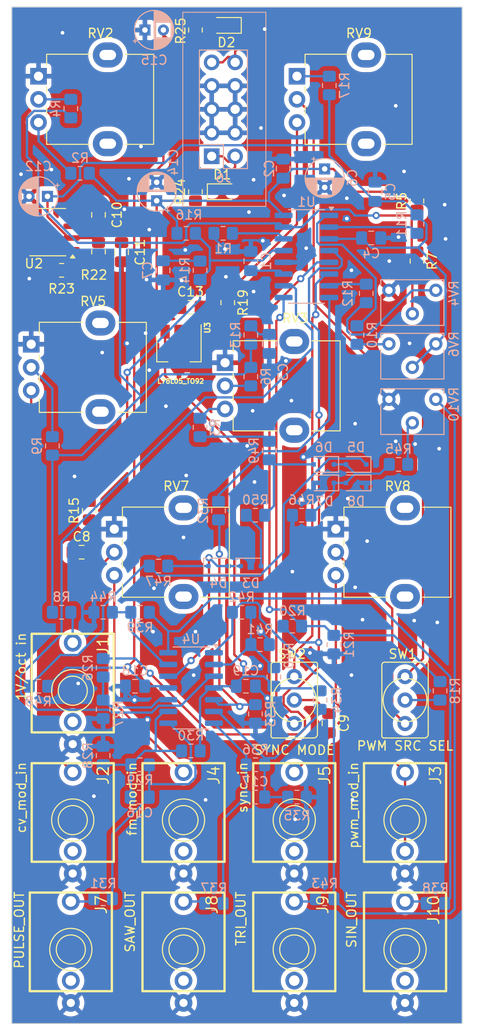
<source format=kicad_pcb>
(kicad_pcb (version 20240108) (generator "pcbnew") (generator_version "8.0")
  (layers (0 "F.Cu" signal) (31 "B.Cu" signal) (34 "B.Paste" user) (35 "F.Paste" user) (36 "B.SilkS" user "B.Silkscreen") (37 "F.SilkS" user "F.Silkscreen") (38 "B.Mask" user) (39 "F.Mask" user) (44 "Edge.Cuts" user))
  (net 0 "")
  (net 1 "GND")
  (net 2 "Net-(U1-CAP)")
  (net 3 "+12V")
  (net 4 "Net-(C3-Pad1)")
  (net 5 "-7V5")
  (net 6 "Net-(C7-Pad1)")
  (net 7 "Net-(C8-Pad1)")
  (net 8 "Net-(C8-Pad2)")
  (net 9 "Net-(SW2-B)")
  (net 10 "Net-(C9-Pad1)")
  (net 11 "-12V")
  (net 12 "+5V")
  (net 13 "Net-(U4C--)")
  (net 14 "Net-(C16-Pad2)")
  (net 15 "Net-(U4B--)")
  (net 16 "Net-(C17-Pad2)")
  (net 17 "Net-(D1-K)")
  (net 18 "Net-(D1-A)")
  (net 19 "Net-(D2-A)")
  (net 20 "Net-(D2-K)")
  (net 21 "Net-(D3-A)")
  (net 22 "Net-(D3-K)")
  (net 23 "Net-(D4-K)")
  (net 24 "Net-(D5-A)")
  (net 25 "Net-(D5-K)")
  (net 26 "Net-(D6-A)")
  (net 27 "Net-(J1-PadT)")
  (net 30 "Net-(J2-PadT)")
  (net 31 "Net-(J3-PadT)")
  (net 32 "Net-(J4-PadT)")
  (net 35 "Net-(J7-PadT)")
  (net 38 "Net-(J8-PadT)")
  (net 40 "Net-(J9-PadT)")
  (net 41 "Net-(J10-PadT)")
  (net 43 "Net-(U1-VS)")
  (net 44 "Net-(R2-Pad2)")
  (net 45 "Net-(R3-Pad2)")
  (net 46 "Net-(U1-VFCI)")
  (net 47 "Net-(R4-Pad1)")
  (net 48 "Net-(R6-Pad1)")
  (net 49 "Net-(R7-Pad2)")
  (net 50 "Net-(R9-Pad1)")
  (net 51 "Net-(R10-Pad1)")
  (net 52 "Net-(U1-SCALE1)")
  (net 53 "Net-(U1-SCALE2)")
  (net 54 "Net-(R12-Pad1)")
  (net 55 "Net-(U1-VHFT)")
  (net 56 "FM_MOD")
  (net 57 "Net-(R17-Pad2)")
  (net 58 "Net-(SW1-B)")
  (net 59 "PWM_MOD")
  (net 60 "PULSE")
  (net 61 "Net-(U2-ADJ)")
  (net 62 "Net-(U4C-+)")
  (net 63 "Net-(U4B-+)")
  (net 64 "SAW")
  (net 65 "Net-(R38-Pad1)")
  (net 66 "Net-(U4D--)")
  (net 67 "Net-(U4A--)")
  (net 68 "TRI_BUFF")
  (net 69 "Net-(R45-Pad1)")
  (net 70 "Net-(SW1-C)")
  (net 71 "Net-(SW1-A)")
  (net 72 "S_SYNC")
  (net 73 "H_SYNC")
  (net 74 "TRI")
  (footprint "Capacitor_SMD:C_0805_2012Metric_Pad1.18x1.45mm_HandSolder" (layer "F.Cu") (at 30.4406 56.7182 -90)
    (property "Reference" "C10")
    (property "Value" "100nF")
  )
  (footprint "mort_mix:PJ398SM" (layer "F.Cu") (at 51.6476 136.2182 -90)
    (property "Reference" "J9")
    (property "Value" "TRI_OUT")
  )
  (footprint "mort_mix:Potentiometer_Alpha_RD901F-40-00D_Single_Vertical_withhole" (layer "F.Cu") (at 63.6476 93.2182)
    (property "Reference" "RV8")
    (property "Value" "100k")
  )
  (footprint "Capacitor_SMD:C_0805_2012Metric_Pad1.18x1.45mm_HandSolder" (layer "F.Cu") (at 28.6101 93.2182)
    (property "Reference" "C8")
    (property "Value" "10nF")
  )
  (footprint "mort_mix:Potentiometer_Alpha_RD901F-40-00D_Single_Vertical_withhole" (layer "F.Cu") (at 39.6476 93.2182)
    (property "Reference" "RV7")
    (property "Value" "100k")
  )
  (footprint "mort_mix:Potentiometer_Alpha_RD901F-40-00D_Single_Vertical_withhole" (layer "F.Cu") (at 51.6476 75.2182)
    (property "Reference" "RV3")
    (property "Value" "100k")
  )
  (footprint "Resistor_SMD:R_0805_2012Metric_Pad1.20x1.40mm_HandSolder" (layer "F.Cu") (at 40.9406 36.7182 -90)
    (property "Reference" "R25")
    (property "Value" "10")
  )
  (footprint "mort_mix:PJ398SM" (layer "F.Cu") (at 39.6476 122.2182 -90)
    (property "Reference" "J4")
    (property "Value" "fm_mod_in")
  )
  (footprint "Capacitor_SMD:C_0805_2012Metric_Pad1.18x1.45mm_HandSolder" (layer "F.Cu") (at 32.9406 60.7557 90)
    (property "Reference" "C11")
    (property "Value" "100nF")
  )
  (footprint "mort_mix:Potentiometer_Alpha_RD901F-40-00D_Single_Vertical_withhole" (layer "F.Cu") (at 59.4406 44.2182)
    (property "Reference" "RV9")
    (property "Value" "100k")
  )
  (footprint "Diode_SMD:D_SOD-323F" (layer "F.Cu") (at 44.2956 36.2182 180)
    (property "Reference" "D2")
    (property "Value" "1N5819")
  )
  (footprint "mort_mix:Potentiometer_Alpha_RD901F-40-00D_Single_Vertical_withhole" (layer "F.Cu") (at 30.6476 73.2182)
    (property "Reference" "RV5")
    (property "Value" "100k")
  )
  (footprint "PCM_4ms_Switch:Switch_Toggle_SPDT_SubMini" (layer "F.Cu") (at 51.6476 109.2182)
    (property "Reference" "SW2")
    (property "Value" "SYNC MODE")
  )
  (footprint "Capacitor_SMD:C_0805_2012Metric_Pad1.18x1.45mm_HandSolder" (layer "F.Cu") (at 40.4031 66.7182)
    (property "Reference" "C13")
    (property "Value" "1uF")
  )
  (footprint "Resistor_SMD:R_0805_2012Metric_Pad1.20x1.40mm_HandSolder" (layer "F.Cu") (at 26.4406 62.7182 180)
    (property "Reference" "R23")
    (property "Value" "1k8")
  )
  (footprint "Resistor_SMD:R_0805_2012Metric_Pad1.20x1.40mm_HandSolder" (layer "F.Cu") (at 30.4406 60.7182 90)
    (property "Reference" "R22")
    (property "Value" "360")
  )
  (footprint "mort_mix:PJ398SM" (layer "F.Cu") (at 51.6476 122.2182 -90)
    (property "Reference" "J5")
    (property "Value" "sync_in")
  )
  (footprint "Resistor_SMD:R_0805_2012Metric_Pad1.20x1.40mm_HandSolder" (layer "F.Cu") (at 44.4406 66.2182 -90)
    (property "Reference" "R19")
    (property "Value" "100k")
  )
  (footprint "Resistor_SMD:R_0805_2012Metric_Pad1.20x1.40mm_HandSolder" (layer "F.Cu") (at 40.9406 54.2182 90)
    (property "Reference" "R24")
    (property "Value" "10")
  )
  (footprint "Capacitor_SMD:C_0805_2012Metric_Pad1.18x1.45mm_HandSolder" (layer "F.Cu") (at 55.4031 111.7182 90)
    (property "Reference" "C9")
    (property "Value" "10nF")
  )
  (footprint "mort_mix:PJ398SM" (layer "F.Cu") (at 63.6476 122.2182 -90)
    (property "Reference" "J3")
    (property "Value" "pwm_mod_in")
  )
  (footprint "Resistor_SMD:R_0805_2012Metric_Pad1.20x1.40mm_HandSolder" (layer "F.Cu") (at 64.9406 61.7182 -90)
    (property "Reference" "R7")
    (property "Value" "1M")
  )
  (footprint "Resistor_SMD:R_0805_2012Metric_Pad1.20x1.40mm_HandSolder" (layer "F.Cu") (at 64.9406 55.2182 90)
    (property "Reference" "R5")
    (property "Value" "360k")
  )
  (footprint "Resistor_SMD:R_0805_2012Metric_Pad1.20x1.40mm_HandSolder" (layer "F.Cu") (at 29.4406 88.7182 90)
    (property "Reference" "R15")
    (property "Value" "1M")
  )
  (footprint "mort_mix:Potentiometer_Alpha_RD901F-40-00D_Single_Vertical_withhole" (layer "F.Cu") (at 31.4406 44.2182)
    (property "Reference" "RV2")
    (property "Value" "100k")
  )
  (footprint "PCM_4ms_Package_SOT:SOT89-3" (layer "F.Cu") (at 39.1536 70.8382 -90)
    (property "Reference" "U3")
    (property "Value" "L78L05_TO92")
  )
  (footprint "mort_mix:PJ398SM" (layer "F.Cu") (at 39.6476 136.2182 -90)
    (property "Reference" "J8")
    (property "Value" "SAW_OUT")
  )
  (footprint "Diode_SMD:D_SOD-323F" (layer "F.Cu") (at 43.8406 54.2182)
    (property "Reference" "D1")
    (property "Value" "1N5819")
  )
  (footprint "mort_mix:PJ398SM" (layer "F.Cu") (at 27.6476 122.2182 -90)
    (property "Reference" "J2")
    (property "Value" "cv_mod_in")
  )
  (footprint "PCM_4ms_Switch:Switch_Toggle_SPDT_SubMini" (layer "F.Cu") (at 63.6476 109.2182)
    (property "Reference" "SW1")
    (property "Value" "PWM SRC SEL")
  )
  (footprint "mort_mix:PJ398SM" (layer "F.Cu") (at 27.4406 136.2182 -90)
    (property "Reference" "J7")
    (property "Value" "PULSE_OUT")
  )
  (footprint "mort_mix:PJ398SM" (layer "F.Cu") (at 63.6476 136.2182 -90)
    (property "Reference" "J10")
    (property "Value" "SIN_OUT")
  )
  (footprint "mort_mix:PJ398SM" (layer "F.Cu") (at 27.6476 108.2182 -90)
    (property "Reference" "J1")
    (property "Value" "1V/oct in")
  )
  (footprint "Package_SO:SO-8_3.9x4.9mm_P1.27mm" (layer "F.Cu") (at 24.9406 58.5882 180)
    (property "Reference" "U2")
    (property "Value" "LM337L_TO92")
  )
  (footprint "Capacitor_SMD:C_0805_2012Metric_Pad1.18x1.45mm_HandSolder" (layer "B.Cu") (at 46.4031 107.7182 180)
    (property "Reference" "C19")
    (property "Value" "100nF")
  )
  (footprint "Diode_SMD:D_SOD-323F" (layer "B.Cu") (at 43.4406 94.7182)
    (property "Reference" "D4")
    (property "Value" "1N4148")
  )
  (footprint "Resistor_SMD:R_0805_2012Metric_Pad1.20x1.40mm_HandSolder" (layer "B.Cu") (at 30.9406 110.2182 90)
    (property "Reference" "R27")
    (property "Value" "100k")
  )
  (footprint "Capacitor_SMD:C_0805_2012Metric_Pad1.18x1.45mm_HandSolder" (layer "B.Cu") (at 60.4031 54.2182 90)
    (property "Reference" "C5")
    (property "Value" "100nF")
  )
  (footprint "Resistor_SMD:R_0805_2012Metric_Pad1.20x1.40mm_HandSolder" (layer "B.Cu") (at 62.9406 83.7182 180)
    (property "Reference" "R45")
    (property "Value" "1k")
  )
  (footprint "Resistor_SMD:R_0805_2012Metric_Pad1.20x1.40mm_HandSolder" (layer "B.Cu") (at 39.9406 58.7182 180)
    (property "Reference" "R16")
    (property "Value" "1M")
  )
  (footprint "Capacitor_THT:CP_Radial_D4.0mm_P2.00mm" (layer "B.Cu") (at 24.9132 54.7182 180)
    (property "Reference" "C12")
    (property "Value" "10uF/25V")
  )
  (footprint "Capacitor_SMD:C_0805_2012Metric_Pad1.18x1.45mm_HandSolder" (layer "B.Cu") (at 37.4406 62.7182 -90)
    (property "Reference" "C7")
    (property "Value" "10nF")
  )
  (footprint "mort_mix:PinHeader_2x05_P2.54mm_Vertical_shrouded" (layer "B.Cu") (at 42.7006 50.3782)
    (property "Reference" "J6")
    (property "Value" "Eurorack_Power_10pin_Unshrouded")
  )
  (footprint "Resistor_SMD:R_0805_2012Metric_Pad1.20x1.40mm_HandSolder" (layer "B.Cu") (at 52.4406 89.2182 180)
    (property "Reference" "R46")
    (property "Value" "1k")
  )
  (footprint "Resistor_SMD:R_0805_2012Metric_Pad1.20x1.40mm_HandSolder" (layer "B.Cu") (at 58.4406 69.7182 90)
    (property "Reference" "R10")
    (property "Value" "24k")
  )
  (footprint "Resistor_SMD:R_0805_2012Metric_Pad1.20x1.40mm_HandSolder" (layer "B.Cu") (at 28.4406 52.2182 180)
    (property "Reference" "R2")
    (property "Value" "100k")
  )
  (footprint "Resistor_SMD:R_0805_2012Metric_Pad1.20x1.40mm_HandSolder" (layer "B.Cu") (at 54.4406 109.2182 -90)
    (property "Reference" "R34")
    (property "Value" "240k")
  )
  (footprint "Resistor_SMD:R_0805_2012Metric_Pad1.20x1.40mm_HandSolder" (layer "B.Cu") (at 26.4406 99.7182 180)
    (property "Reference" "R8")
    (property "Value" "100k")
  )
  (footprint "Resistor_SMD:R_0805_2012Metric_Pad1.20x1.40mm_HandSolder" (layer "B.Cu") (at 27.4406 45.2182 -90)
    (property "Reference" "R4")
    (property "Value" "100k")
  )
  (footprint "Package_SO:SO-14_3.9x8.65mm_P1.27mm" (layer "B.Cu") (at 40.4656 107.9082 180)
    (property "Reference" "U4")
    (property "Value" "TL074")
  )
  (footprint "Potentiometer_THT:Potentiometer_Vishay_T73XX_Horizontal" (layer "B.Cu") (at 61.9006 64.8782 -90)
    (property "Reference" "RV4")
    (property "Value" "B10k")
  )
  (footprint "Resistor_SMD:R_0805_2012Metric_Pad1.20x1.40mm_HandSolder" (layer "B.Cu") (at 30.9406 105.7182 -90)
    (property "Reference" "R26")
    (property "Value" "180k")
  )
  (footprint "Resistor_SMD:R_0805_2012Metric_Pad1.20x1.40mm_HandSolder" (layer "B.Cu") (at 49.4406 106.7182 90)
    (property "Reference" "R40")
    (property "Value" "240k")
  )
  (footprint "Resistor_SMD:R_0805_2012Metric_Pad1.20x1.40mm_HandSolder" (layer "B.Cu") (at 48.9406 82.2182 -90)
    (property "Reference" "R49")
    (property "Value" "22k")
  )
  (footprint "Capacitor_SMD:C_0805_2012Metric_Pad1.18x1.45mm_HandSolder" (layer "B.Cu") (at 48.9406 70.6807 -90)
    (property "Reference" "C3")
    (property "Value" "10nF")
  )
  (footprint "Resistor_SMD:R_0805_2012Metric_Pad1.20x1.40mm_HandSolder" (layer "B.Cu") (at 55.4406 42.7182 90)
    (property "Reference" "R17")
    (property "Value" "22k")
  )
  (footprint "Resistor_SMD:R_0805_2012Metric_Pad1.20x1.40mm_HandSolder" (layer "B.Cu") (at 41.4406 62.7182 -90)
    (property "Reference" "R14")
    (property "Value" "470")
  )
  (footprint "Diode_SMD:D_SOD-323F" (layer "B.Cu") (at 58.3406 83.7182 180)
    (property "Reference" "D5")
    (property "Value" "1N4148")
  )
  (footprint "Diode_SMD:D_SOD-323F" (layer "B.Cu") (at 58.3406 85.7182 180)
    (property "Reference" "D8")
    (property "Value" "1N4148")
  )
  (footprint "Resistor_SMD:R_0805_2012Metric_Pad1.20x1.40mm_HandSolder" (layer "B.Cu") (at 55.9406 103.2182 90)
    (property "Reference" "R21")
    (property "Value" "200k")
  )
  (footprint "Capacitor_THT:CP_Radial_D4.0mm_P2.00mm" (layer "B.Cu") (at 35.468 36.7182)
    (property "Reference" "C15")
    (property "Value" "10uF / 25")
  )
  (footprint "Resistor_SMD:R_0805_2012Metric_Pad1.20x1.40mm_HandSolder" (layer "B.Cu") (at 23.9406 107.7182)
    (property "Reference" "R48")
    (property "Value" "22k")
  )
  (footprint "Potentiometer_THT:Potentiometer_Vishay_T73XX_Horizontal" (layer "B.Cu") (at 61.9006 70.6782 -90)
    (property "Reference" "RV6")
    (property "Value" "B10k")
  )
  (footprint "Capacitor_THT:CP_Radial_D4.0mm_P2.00mm" (layer "B.Cu") (at 54.9406 51.7456 -90)
    (property "Reference" "C6")
    (property "Value" "10uF/25V")
  )
  (footprint "Diode_SMD:D_SOD-323F" (layer "B.Cu") (at 54.8406 85.7182 180)
    (property "Reference" "D7")
    (property "Value" "1N4148")
  )
  (footprint "Resistor_SMD:R_0805_2012Metric_Pad1.20x1.40mm_HandSolder" (layer "B.Cu") (at 47.4406 89.2182 180)
    (property "Reference" "R50")
    (property "Value" "560")
  )
  (footprint "Resistor_SMD:R_0805_2012Metric_Pad1.20x1.40mm_HandSolder" (layer "B.Cu") (at 30.9406 99.7182 180)
    (property "Reference" "R44")
    (property "Value" "10k")
  )
  (footprint "Resistor_SMD:R_0805_2012Metric_Pad1.20x1.40mm_HandSolder" (layer "B.Cu") (at 54.9406 130.7182 180)
    (property "Reference" "R43")
    (property "Value" "1k")
  )
  (footprint "Capacitor_SMD:C_0805_2012Metric_Pad1.18x1.45mm_HandSolder" (layer "B.Cu") (at 59.9781 59.2182)
    (property "Reference" "C4")
    (property "Value" "1uF")
  )
  (footprint "Capacitor_SMD:C_0805_2012Metric_Pad1.18x1.45mm_HandSolder" (layer "B.Cu") (at 34.4031 107.7182 180)
    (property "Reference" "C18")
    (property "Value" "100nF")
  )
  (footprint "Resistor_SMD:R_0805_2012Metric_Pad1.20x1.40mm_HandSolder" (layer "B.Cu") (at 51.9406 119.7182 180)
    (property "Reference" "R35")
    (property "Value" "91k")
  )
  (footprint "Resistor_SMD:R_0805_2012Metric_Pad1.20x1.40mm_HandSolder" (layer "B.Cu") (at 47.4406 116.2182 180)
    (property "Reference" "R36")
    (property "Value" "100k")
  )
  (footprint "Resistor_SMD:R_0805_2012Metric_Pad1.20x1.40mm_HandSolder" (layer "B.Cu") (at 66.9406 131.2182 180)
    (property "Reference" "R38")
    (property "Value" "1k")
  )
  (footprint "Diode_SMD:D_SOD-323F" (layer "B.Cu") (at 46.9406 94.7182)
    (property "Reference" "D3")
    (property "Value" "1N4148")
  )
  (footprint "Resistor_SMD:R_0805_2012Metric_Pad1.20x1.40mm_HandSolder" (layer "B.Cu") (at 43.4406 88.7182 -90)
    (property "Reference" "R32")
    (property "Value" "100k")
  )
  (footprint "Capacitor_SMD:C_0805_2012Metric_Pad1.18x1.45mm_HandSolder" (layer "B.Cu") (at 47.4031 119.7182 180)
    (property "Reference" "C17")
    (property "Value" "10pF")
  )
  (footprint "Resistor_SMD:R_0805_2012Metric_Pad1.20x1.40mm_HandSolder" (layer "B.Cu") (at 40.4406 114.7182 180)
    (property "Reference" "R30")
    (property "Value" "240k")
  )
  (footprint "Potentiometer_THT:Potentiometer_Vishay_T73XX_Horizontal" (layer "B.Cu") (at 61.9006 76.6782 -90)
    (property "Reference" "RV10")
    (property "Value" "B10k")
  )
  (footprint "Diode_SMD:D_SOD-323F" (layer "B.Cu") (at 54.8406 83.7182 180)
    (property "Reference" "D6")
    (property "Value" "1N4148")
  )
  (footprint "Package_SO:SOIC-16_3.9x9.9mm_P1.27mm" (layer "B.Cu") (at 52.9656 61.2182 180)
    (property "Reference" "U1")
    (property "Value" "AS3340")
  )
  (footprint "Capacitor_THT:CP_Radial_D4.0mm_P2.00mm" (layer "B.Cu") (at 36.7406 55.1908 90)
    (property "Reference" "C14")
    (property "Value" "10uF / 25")
  )
  (footprint "Resistor_SMD:R_0805_2012Metric_Pad1.20x1.40mm_HandSolder" (layer "B.Cu") (at 59.4406 65.2182 90)
    (property "Reference" "R12")
    (property "Value" "10k")
  )
  (footprint "Resistor_SMD:R_0805_2012Metric_Pad1.20x1.40mm_HandSolder" (layer "B.Cu") (at 34.9406 99.7182)
    (property "Reference" "R39")
    (property "Value" "82k")
  )
  (footprint "Capacitor_SMD:C_0805_2012Metric_Pad1.18x1.45mm_HandSolder" (layer "B.Cu") (at 46.9406 61.7182 90)
    (property "Reference" "C1")
    (property "Value" "1nF")
  )
  (footprint "Resistor_SMD:R_0805_2012Metric_Pad1.20x1.40mm_HandSolder" (layer "B.Cu") (at 45.9406 99.7182 180)
    (property "Reference" "R42")
    (property "Value" "100k")
  )
  (footprint "Resistor_SMD:R_0805_2012Metric_Pad1.20x1.40mm_HandSolder" (layer "B.Cu") (at 30.9406 130.7182 180)
    (property "Reference" "R31")
    (property "Value" "1k")
  )
  (footprint "Resistor_SMD:R_0805_2012Metric_Pad1.20x1.40mm_HandSolder" (layer "B.Cu") (at 43.9406 58.7182)
    (property "Reference" "R1")
    (property "Value" "1k8")
  )
  (footprint "Resistor_SMD:R_0805_2012Metric_Pad1.20x1.40mm_HandSolder" (layer "B.Cu") (at 36.9406 94.7182)
    (property "Reference" "R47")
    (property "Value" "560")
  )
  (footprint "Resistor_SMD:R_0805_2012Metric_Pad1.20x1.40mm_HandSolder" (layer "B.Cu") (at 46.9406 69.7182 -90)
    (property "Reference" "R13")
    (property "Value" "470")
  )
  (footprint "Resistor_SMD:R_0805_2012Metric_Pad1.20x1.40mm_HandSolder" (layer "B.Cu") (at 67.4406 108.2182 90)
    (property "Reference" "R18")
    (property "Value" "100k")
  )
  (footprint "Resistor_SMD:R_0805_2012Metric_Pad1.20x1.40mm_HandSolder" (layer "B.Cu") (at 41.4406 79.7182 90)
    (property "Reference" "R3")
    (property "Value" "100k")
  )
  (footprint "Resistor_SMD:R_0805_2012Metric_Pad1.20x1.40mm_HandSolder" (layer "B.Cu") (at 47.4406 110.7182 90)
    (property "Reference" "R33")
    (property "Value" "100k")
  )
  (footprint "Resistor_SMD:R_0805_2012Metric_Pad1.20x1.40mm_HandSolder" (layer "B.Cu") (at 42.9406 131.2182 180)
    (property "Reference" "R37")
    (property "Value" "1k")
  )
  (footprint "Capacitor_SMD:C_0805_2012Metric_Pad1.18x1.45mm_HandSolder" (layer "B.Cu") (at 50.4406 51.7182 90)
    (property "Reference" "C2")
    (property "Value" "100nF")
  )
  (footprint "Resistor_SMD:R_0805_2012Metric_Pad1.20x1.40mm_HandSolder" (layer "B.Cu") (at 46.9406 74.2182 90)
    (property "Reference" "R6")
    (property "Value" "100k")
  )
  (footprint "Resistor_SMD:R_0805_2012Metric_Pad1.20x1.40mm_HandSolder" (layer "B.Cu") (at 47.9406 103.2182 180)
    (property "Reference" "R41")
    (property "Value" "91k")
  )
  (footprint "Resistor_SMD:R_0805_2012Metric_Pad1.20x1.40mm_HandSolder" (layer "B.Cu") (at 34.9406 116.2182)
    (property "Reference" "R29")
    (property "Value" "100k")
  )
  (footprint "Resistor_SMD:R_0805_2012Metric_Pad1.20x1.40mm_HandSolder" (layer "B.Cu") (at 30.9406 115.2182 -90)
    (property "Reference" "R28")
    (property "Value" "91k")
  )
  (footprint "Resistor_SMD:R_0805_2012Metric_Pad1.20x1.40mm_HandSolder" (layer "B.Cu") (at 64.9406 57.7182 -90)
    (property "Reference" "R11")
    (property "Value" "5k6")
  )
  (footprint "Capacitor_SMD:C_0805_2012Metric_Pad1.18x1.45mm_HandSolder" (layer "B.Cu") (at 34.9031 119.7182)
    (property "Reference" "C16")
    (property "Value" "10pF")
  )
  (footprint "Resistor_SMD:R_0805_2012Metric_Pad1.20x1.40mm_HandSolder" (layer "B.Cu") (at 51.4406 101.2182 180)
    (property "Reference" "R20")
    (property "Value" "10M")
  )
  (footprint "Resistor_SMD:R_0805_2012Metric_Pad1.20x1.40mm_HandSolder" (layer "B.Cu") (at 25.4406 81.7182 -90)
    (property "Reference" "R9")
    (property "Value" "100k")
  )
  (gr_rect (start 21.0406 34.2182) (end 69.8406 144.2182) (stroke (width 0.1)) (fill none) (layer "Edge.Cuts"))
  (via (at 35.9406 58.3182) (size 0.8) (drill 0.4) (layers "F.Cu" "B.Cu") (net 1))
  (via (at 33.2406 56.1182) (size 0.8) (drill 0.4) (layers "F.Cu" "B.Cu") (net 1))
  (via (at 27.8406 85.0182) (size 0.8) (drill 0.4) (layers "F.Cu" "B.Cu") (net 1))
  (via (at 59.0406 100.5182) (size 0.8) (drill 0.4) (layers "F.Cu" "B.Cu") (net 1))
  (via (at 44.1406 60.4182) (size 0.8) (drill 0.4) (layers "F.Cu" "B.Cu") (net 1))
  (via (at 29.9406 119.6182) (size 0.8) (drill 0.4) (layers "F.Cu" "B.Cu") (net 1))
  (via (at 48.0406 47.3182) (size 0.8) (drill 0.4) (layers "F.Cu" "B.Cu") (net 1))
  (via (at 47.2406 52.9182) (size 0.8) (drill 0.4) (layers "F.Cu" "B.Cu") (net 1))
  (via (at 47.2406 65.0182) (size 0.8) (drill 0.4) (layers "F.Cu" "B.Cu") (net 1))
  (via (at 48.2406 59.5182) (size 0.8) (drill 0.4) (layers "F.Cu" "B.Cu") (net 1))
  (via (at 22.0406 52.3182) (size 0.8) (drill 0.4) (layers "F.Cu" "B.Cu") (net 1))
  (via (at 36.3476 101.8182) (size 0.8) (drill 0.4) (layers "F.Cu" "B.Cu") (net 1))
  (via (at 59.5406 92.0182) (size 0.8) (drill 0.4) (layers "F.Cu" "B.Cu") (net 1))
  (via (at 58.2406 97.0182) (size 0.8) (drill 0.4) (layers "F.Cu" "B.Cu") (net 1))
  (via (at 28.2406 107.4182) (size 0.8) (drill 0.4) (layers "F.Cu" "B.Cu") (net 1))
  (via (at 47.9406 105.5182) (size 0.8) (drill 0.4) (layers "F.Cu" "B.Cu") (net 1))
  (via (at 58.2406 79.3182) (size 0.8) (drill 0.4) (layers "F.Cu" "B.Cu") (net 1))
  (via (at 53.3406 104.1182) (size 0.8) (drill 0.4) (layers "F.Cu" "B.Cu") (net 1))
  (via (at 63.5406 52.0182) (size 0.8) (drill 0.4) (layers "F.Cu" "B.Cu") (net 1))
  (via (at 46.5406 81.7182) (size 0.8) (drill 0.4) (layers "F.Cu" "B.Cu") (net 1))
  (via (at 26.5406 37.0182) (size 0.8) (drill 0.4) (layers "F.Cu" "B.Cu") (net 1))
  (via (at 51.3406 76.8182) (size 0.8) (drill 0.4) (layers "F.Cu" "B.Cu") (net 1))
  (via (at 67.1406 100.8182) (size 0.8) (drill 0.4) (layers "F.Cu" "B.Cu") (net 1))
  (via (at 39.6476 91.6182) (size 0.8) (drill 0.4) (layers "F.Cu" "B.Cu") (net 1))
  (via (at 57.3406 57.1182) (size 0.8) (drill 0.4) (layers "F.Cu" "B.Cu") (net 1))
  (via (at 42.0406 120.0182) (size 0.8) (drill 0.4) (layers "F.Cu" "B.Cu") (net 1))
  (via (at 68.0406 59.3182) (size 0.8) (drill 0.4) (layers "F.Cu" "B.Cu") (net 1))
  (via (at 57.8406 62.7182) (size 0.8) (drill 0.4) (layers "F.Cu" "B.Cu") (net 1))
  (via (at 64.6406 100.6182) (size 0.8) (drill 0.4) (layers "F.Cu" "B.Cu") (net 1))
  (via (at 40.7476 106.5182) (size 0.8) (drill 0.4) (layers "F.Cu" "B.Cu") (net 1))
  (via (at 48.7406 109.0182) (size 0.8) (drill 0.4) (layers "F.Cu" "B.Cu") (net 1))
  (via (at 37.7406 77.4182) (size 0.8) (drill 0.4) (layers "F.Cu" "B.Cu") (net 1))
  (via (at 35.9406 73.5182) (size 0.8) (drill 0.4) (layers "F.Cu" "B.Cu") (net 1))
  (via (at 39.4406 63.8182) (size 0.8) (drill 0.4) (layers "F.Cu" "B.Cu") (net 1))
  (via (at 67.3406 82.0182) (size 0.8) (drill 0.4) (layers "F.Cu" "B.Cu") (net 1))
  (via (at 35.5406 69.5182) (size 0.8) (drill 0.4) (layers "F.Cu" "B.Cu") (net 1))
  (via (at 62.9406 59.1182) (size 0.8) (drill 0.4) (layers "F.Cu" "B.Cu") (net 1))
  (via (at 57.4406 87.4182) (size 0.8) (drill 0.4) (layers "F.Cu" "B.Cu") (net 1))
  (via (at 46.7406 56.4182) (size 0.8) (drill 0.4) (layers "F.Cu" "B.Cu") (net 1))
  (via (at 51.4406 95.3182) (size 0.8) (drill 0.4) (layers "F.Cu" "B.Cu") (net 1))
  (via (at 39.8406 60.5182) (size 0.8) (drill 0.4) (layers "F.Cu" "B.Cu") (net 1))
  (via (at 48.0406 101.8182) (size 0.8) (drill 0.4) (layers "F.Cu" "B.Cu") (net 1))
  (via (at 47.1406 77.9182) (size 0.8) (drill 0.4) (layers "F.Cu" "B.Cu") (net 1))
  (via (at 33.5406 70.6182) (size 0.8) (drill 0.4) (layers "F.Cu" "B.Cu") (net 1))
  (via (at 33.7406 52.8182) (size 0.8) (drill 0.4) (layers "F.Cu" "B.Cu") (net 1))
  (via (at 35.7406 111.3432) (size 0.8) (drill 0.4) (layers "F.Cu" "B.Cu") (net 1))
  (via (at 39.9406 84.9182) (size 0.8) (drill 0.4) (layers "F.Cu" "B.Cu") (net 1))
  (via (at 35.6406 63.7182) (size 0.8) (drill 0.4) (layers "F.Cu" "B.Cu") (net 1))
  (via (at 48.4406 36.6182) (size 0.8) (drill 0.4) (layers "F.Cu" "B.Cu") (net 1))
  (via (at 36.4476 97.1182) (size 0.8) (drill 0.4) (layers "F.Cu" "B.Cu") (net 1))
  (via (at 57.8406 106.5182) (size 0.8) (drill 0.4) (layers "F.Cu" "B.Cu") (net 1))
  (via (at 30.8406 71.6182) (size 0.8) (drill 0.4) (layers "F.Cu" "B.Cu") (net 1))
  (via (at 61.9406 61.7182) (size 0.8) (drill 0.4) (layers "F.Cu" "B.Cu") (net 1))
  (via (at 34.3406 109.2182) (size 0.8) (drill 0.4) (layers "F.Cu" "B.Cu") (net 1))
  (via (at 50.5406 54.6182) (size 0.8) (drill 0.4) (layers "F.Cu" "B.Cu") (net 1))
  (via (at 51.7406 122.1182) (size 0.8) (drill 0.4) (layers "F.Cu" "B.Cu") (net 1))
  (via (at 52.6406 82.9182) (size 0.8) (drill 0.4) (layers "F.Cu" "B.Cu") (net 1))
  (via (at 47.3406 85.6182) (size 0.8) (drill 0.4) (layers "F.Cu" "B.Cu") (net 1))
  (via (at 52.4406 87.5182) (size 0.8) (drill 0.4) (layers "F.Cu" "B.Cu") (net 1))
  (via (at 49.1406 111.4182) (size 0.8) (drill 0.4) (layers "F.Cu" "B.Cu") (net 1))
  (via (at 64.1406 70.6182) (size 0.8) (drill 0.4) (layers "F.Cu" "B.Cu") (net 1))
  (via (at 52.9406 60.3182) (size 0.8) (drill 0.4) (layers "F.Cu" "B.Cu") (net 1))
  (via (at 67.9406 55.6182) (size 0.8) (drill 0.4) (layers "F.Cu" "B.Cu") (net 1))
  (via (at 44.2406 63.4182) (size 0.8) (drill 0.4) (layers "F.Cu" "B.Cu") (net 1))
  (via (at 57.9406 120.0182) (size 0.8) (drill 0.4) (layers "F.Cu" "B.Cu") (net 1))
  (via (at 57.3406 54.9182) (size 0.8) (drill 0.4) (layers "F.Cu" "B.Cu") (net 1))
  (via (at 62.6406 44.9182) (size 0.8) (drill 0.4) (layers "F.Cu" "B.Cu") (net 1))
  (via (at 25.3406 51.8182) (size 0.8) (drill 0.4) (layers "F.Cu" "B.Cu") (net 1))
  (via (at 62.6406 81.2182) (size 0.8) (drill 0.4) (layers "F.Cu" "B.Cu") (net 1))
  (via (at 35.0406 49.3182) (size 0.8) (drill 0.4) (layers "F.Cu" "B.Cu") (net 1))
  (via (at 50.7406 72.5182) (size 0.8) (drill 0.4) (layers "F.Cu" "B.Cu") (net 1))
  (via (at 64.7406 81.5182) (size 0.8) (drill 0.4) (layers "F.Cu" "B.Cu") (net 1))
  (via (at 22.9406 63.6182) (size 0.8) (drill 0.4) (layers "F.Cu" "B.Cu") (net 1))
  (via (at 40.9476 101.8182) (size 0.8) (drill 0.4) (layers "F.Cu" "B.Cu") (net 1))
  (segment (start 42.9406 58.7182) (end 42.9406 59.2182) (width 0.25) (layer "B.Cu") (net 1))
  (segment (start 47.4406 107.7182) (end 48.7406 109.0182) (width 0.25) (layer "B.Cu") (net 1))
  (segment (start 48.9406 103.2182) (end 48.9406 102.7182) (width 0.25) (layer "B.Cu") (net 1))
  (segment (start 48.9406 102.7182) (end 48.0406 101.8182) (width 0.25) (layer "B.Cu") (net 1))
  (segment (start 33.3656 108.2432) (end 34.3406 109.2182) (width 0.25) (layer "B.Cu") (net 1))
  (segment (start 42.9406 59.2182) (end 44.1406 60.4182) (width 0.25) (layer "B.Cu") (net 1))
  (segment (start 33.3656 107.7182) (end 33.3656 108.2432) (width 0.25) (layer "B.Cu") (net 1))
  (segment (start 46.9406 62.7557) (end 50.1231 62.7557) (width 0.25) (layer "B.Cu") (net 2))
  (segment (start 50.1231 62.7557) (end 50.4906 63.1232) (width 0.25) (layer "B.Cu") (net 2))
  (segment (start 54.9406 51.7456) (end 55.8673 51.7456) (width 0.25) (layer "F.Cu") (net 3))
  (segment (start 64.9406 54.2182) (end 58.3399 54.2182) (width 0.25) (layer "F.Cu") (net 3))
  (segment (start 45.1477 104.2902) (end 46.1507 105.2932) (width 0.25) (layer "F.Cu") (net 3))
  (segment (start 45.1476 81.6178) (end 45.1476 104.2902) (width 0.25) (layer "F.Cu") (net 3))
  (segment (start 58.3399 54.2182) (end 55.8673 51.7456) (width 0.25) (layer "F.Cu") (net 3))
  (segment (start 36.7406 55.1908) (end 40.9132 55.1908) (width 0.25) (layer "F.Cu") (net 3))
  (segment (start 36.7406 68.2182) (end 36.7406 55.1908) (width 0.25) (layer "F.Cu") (net 3))
  (segment (start 37.6536 69.3582) (end 37.6536 74.1238) (width 0.25) (layer "F.Cu") (net 3))
  (segment (start 37.6536 69.3582) (end 37.6536 69.1312) (width 0.25) (layer "F.Cu") (net 3))
  (segment (start 42.7938 79.264) (end 45.1476 81.6178) (width 0.25) (layer "F.Cu") (net 3))
  (segment (start 45.1476 104.2902) (end 45.1477 104.2902) (width 0.25) (layer "F.Cu") (net 3))
  (segment (start 40.9132 55.1908) (end 40.9406 55.2182) (width 0.25) (layer "F.Cu") (net 3))
  (segment (start 37.6536 69.1312) (end 36.7406 68.2182) (width 0.25) (layer "F.Cu") (net 3))
  (segment (start 37.6536 74.1238) (end 42.7938 79.264) (width 0.25) (layer "F.Cu") (net 3))
  (via (at 46.1507 105.2932) (size 0.8) (drill 0.4) (layers "F.Cu" "B.Cu") (net 3))
  (via (at 42.7938 79.264) (size 0.8) (drill 0.4) (layers "F.Cu" "B.Cu") (net 3))
  (segment (start 42.9406 107.9082) (end 42.5186 107.9082) (width 0.25) (layer "B.Cu") (net 3))
  (segment (start 38.9406 58.7182) (end 38.9406 57.3908) (width 0.25) (layer "B.Cu") (net 3))
  (segment (start 41.4406 108.9862) (end 41.4406 114.7182) (width 0.25) (layer "B.Cu") (net 3))
  (segment (start 48.4406 80.7182) (end 42.7938 80.7182) (width 0.25) (layer "B.Cu") (net 3))
  (segment (start 45.3656 107.7182) (end 43.1306 107.7182) (width 0.25) (layer "B.Cu") (net 3))
  (segment (start 48.3633 106.6409) (end 46.1507 106.6409) (width 0.25) (layer "B.Cu") (net 3))
  (segment (start 54.4406 108.2182) (end 54.1706 107.9482) (width 0.25) (layer "B.Cu") (net 3))
  (segment (start 39.3281 55.1908) (end 36.7406 55.1908) (width 0.25) (layer "B.Cu") (net 3))
  (segment (start 42.7938 79.264) (end 42.7938 80.7182) (width 0.25) (layer "B.Cu") (net 3))
  (segment (start 48.9082 54.2881) (end 48.9082 55.1908) (width 0.25) (layer "B.Cu") (net 3))
  (segment (start 54.1706 107.9482) (end 49.6706 107.9482) (width 0.25) (layer "B.Cu") (net 3))
  (segment (start 46.1507 105.2932) (end 46.1507 106.6409) (width 0.25) (layer "B.Cu") (net 3))
  (segment (start 29.4406 52.2182) (end 32.4132 55.1908) (width 0.25) (layer "B.Cu") (net 3))
  (segment (start 48.9082 55.1908) (end 50.4906 56.7732) (width 0.25) (layer "B.Cu") (net 3))
  (segment (start 46.1507 106.6409) (end 45.3656 107.426) (width 0.25) (layer "B.Cu") (net 3))
  (segment (start 45.3656 107.426) (end 45.3656 107.7182) (width 0.25) (layer "B.Cu") (net 3))
  (segment (start 42.5186 107.9082) (end 41.4406 108.9862) (width 0.25) (layer "B.Cu") (net 3))
  (segment (start 48.9082 55.1908) (end 39.3281 55.1908) (width 0.25) (layer "B.Cu") (net 3))
  (segment (start 32.4132 55.1908) (end 36.7406 55.1908) (width 0.25) (layer "B.Cu") (net 3))
  (segment (start 54.9406 51.7456) (end 51.4507 51.7456) (width 0.25) (layer "B.Cu") (net 3))
  (segment (start 49.6706 107.9482) (end 49.4406 107.7182) (width 0.25) (layer "B.Cu") (net 3))
  (segment (start 38.9406 57.3908) (end 36.7406 55.1908) (width 0.25) (layer "B.Cu") (net 3))
  (segment (start 42.7938 80.7182) (end 41.4406 80.7182) (width 0.25) (layer "B.Cu") (net 3))
  (segment (start 50.4406 52.7557) (end 48.9082 54.2881) (width 0.25) (layer "B.Cu") (net 3))
  (segment (start 51.4507 51.7456) (end 50.4406 52.7557) (width 0.25) (layer "B.Cu") (net 3))
  (segment (start 43.1306 107.7182) (end 42.9406 107.9082) (width 0.25) (layer "B.Cu") (net 3))
  (segment (start 49.4406 107.7182) (end 48.3633 106.6409) (width 0.25) (layer "B.Cu") (net 3))
  (segment (start 48.9406 81.2182) (end 48.4406 80.7182) (width 0.25) (layer "B.Cu") (net 3))
  (segment (start 47.8656 69.6432) (end 46.9406 68.7182) (width 0.25) (layer "B.Cu") (net 4))
  (segment (start 48.9406 69.6432) (end 47.8656 69.6432) (width 0.25) (layer "B.Cu") (net 4))
  (segment (start 27.5156 59.2232) (end 29.9456 59.2232) (width 0.25) (layer "F.Cu") (net 5))
  (segment (start 24.9132 54.7182) (end 24.9132 56.905) (width 0.25) (layer "F.Cu") (net 5))
  (segment (start 32.9406 59.7182) (end 30.4406 59.7182) (width 0.25) (layer "F.Cu") (net 5))
  (segment (start 24.9132 56.905) (end 27.2314 59.2232) (width 0.25) (layer "F.Cu") (net 5))
  (segment (start 27.2314 59.2232) (end 27.5156 59.2232) (width 0.25) (layer "F.Cu") (net 5))
  (segment (start 29.9456 59.2232) (end 30.4406 59.7182) (width 0.25) (layer "F.Cu") (net 5))
  (segment (start 58.8456 59.3132) (end 58.9406 59.2182) (width 0.25) (layer "B.Cu") (net 5))
  (segment (start 64.4406 73.2182) (end 66.9806 70.6782) (width 0.25) (layer "B.Cu") (net 5))
  (segment (start 26.5898 54.7182) (end 28.4406 52.8674) (width 0.25) (layer "B.Cu") (net 5))
  (segment (start 65.0569 60.2715) (end 59.9939 60.2715) (width 0.25) (layer "B.Cu") (net 5))
  (segment (start 60.4031 55.2557) (end 63.4781 55.2557) (width 0.25) (layer "B.Cu") (net 5))
  (segment (start 64.9406 56.7182) (end 65.9699 57.7475) (width 0.25) (layer "B.Cu") (net 5))
  (segment (start 65.9699 57.7475) (end 65.9699 59.3585) (width 0.25) (layer "B.Cu") (net 5))
  (segment (start 68.0427 69.6161) (end 68.0427 63.2573) (width 0.25) (layer "B.Cu") (net 5))
  (segment (start 68.0427 63.2573) (end 65.0569 60.2715) (width 0.25) (layer "B.Cu") (net 5))
  (segment (start 55.4406 49.1823) (end 55.4406 50.2932) (width 0.25) (layer "B.Cu") (net 5))
  (segment (start 28.9037 51.103) (end 37.5905 51.103) (width 0.25) (layer "B.Cu") (net 5))
  (segment (start 65.9699 59.3585) (end 65.0569 60.2715) (width 0.25) (layer "B.Cu") (net 5))
  (segment (start 59.9939 60.2715) (end 58.9406 59.2182) (width 0.25) (layer "B.Cu") (net 5))
  (segment (start 55.4406 59.3132) (end 58.8456 59.3132) (width 0.25) (layer "B.Cu") (net 5))
  (segment (start 39.5112 49.1823) (end 55.4406 49.1823) (width 0.25) (layer "B.Cu") (net 5))
  (segment (start 55.4406 50.2932) (end 60.4031 55.2557) (width 0.25) (layer "B.Cu") (net 5))
  (segment (start 28.4406 52.8674) (end 28.4406 51.5661) (width 0.25) (layer "B.Cu") (net 5))
  (segment (start 55.4406 43.7182) (end 55.4406 49.1823) (width 0.25) (layer "B.Cu") (net 5))
  (segment (start 24.9132 54.7182) (end 26.5898 54.7182) (width 0.25) (layer "B.Cu") (net 5))
  (segment (start 66.9806 70.6782) (end 68.0427 69.6161) (width 0.25) (layer "B.Cu") (net 5))
  (segment (start 63.4781 55.2557) (end 64.9406 56.7182) (width 0.25) (layer "B.Cu") (net 5))
  (segment (start 28.4406 51.5661) (end 28.9037 51.103) (width 0.25) (layer "B.Cu") (net 5))
  (segment (start 37.5905 51.103) (end 39.5112 49.1823) (width 0.25) (layer "B.Cu") (net 5))
  (segment (start 41.4031 61.6807) (end 41.4406 61.7182) (width 0.25) (layer "B.Cu") (net 6))
  (segment (start 37.4406 61.6807) (end 41.4031 61.6807) (width 0.25) (layer "B.Cu") (net 6))
  (segment (start 28.688 94.3336) (end 31.0322 94.3336) (width 0.25) (layer "F.Cu") (net 7))
  (segment (start 31.0322 94.3336) (end 32.1476 93.2182) (width 0.25) (layer "F.Cu") (net 7))
  (segment (start 27.5726 93.2182) (end 28.688 94.3336) (width 0.25) (layer "F.Cu") (net 7))
  (segment (start 29.6476 93.2182) (end 29.6476 89.9252) (width 0.25) (layer "F.Cu") (net 8))
  (segment (start 29.6476 89.9252) (end 29.4406 89.7182) (width 0.25) (layer "F.Cu") (net 8))
  (segment (start 53.9406 109.2182) (end 51.6476 109.2182) (width 0.25) (layer "F.Cu") (net 9))
  (segment (start 55.4031 110.6807) (end 53.9406 109.2182) (width 0.25) (layer "F.Cu") (net 9))
  (segment (start 55.4031 113.2557) (end 51.6476 117.0112) (width 0.25) (layer "F.Cu") (net 10))
  (segment (start 55.4031 112.7557) (end 55.4031 113.2557) (width 0.25) (layer "F.Cu") (net 10))
  (segment (start 37.468 36.7182) (end 37.468 37.2182) (width 0.25) (layer "F.Cu") (net 11))
  (segment (start 27.7131 57.7557) (end 27.5156 57.9532) (width 0.25) (layer "F.Cu") (net 11))
  (segment (start 37.468 51.155252) (end 37.468 36.7182) (width 0.25) (layer "F.Cu") (net 11))
  (segment (start 34.3082 54.315052) (end 37.468 51.155252) (width 0.25) (layer "F.Cu") (net 11))
  (segment (start 30.4406 57.7557) (end 27.7131 57.7557) (width 0.25) (layer "F.Cu") (net 11))
  (segment (start 34.3082 104.9128) (end 33.6046 105.6164) (width 0.25) (layer "F.Cu") (net 11))
  (segment (start 34.3082 57.7557) (end 30.4406 57.7557) (width 0.25) (layer "F.Cu") (net 11))
  (segment (start 34.3082 57.7557) (end 34.3082 104.9128) (width 0.25) (layer "F.Cu") (net 11))
  (segment (start 34.3082 57.7557) (end 34.3082 54.315052) (width 0.25) (layer "F.Cu") (net 11))
  (segment (start 37.968 37.7182) (end 40.9406 37.7182) (width 0.25) (layer "F.Cu") (net 11))
  (segment (start 37.468 37.2182) (end 37.968 37.7182) (width 0.25) (layer "F.Cu") (net 11))
  (via (at 33.6046 105.6164) (size 0.8) (drill 0.4) (layers "F.Cu" "B.Cu") (net 11))
  (segment (start 33.6046 105.6164) (end 33.6046 105.7182) (width 0.25) (layer "B.Cu") (net 11))
  (segment (start 35.4406 107.7182) (end 37.8006 107.7182) (width 0.25) (layer "B.Cu") (net 11))
  (segment (start 35.4406 107.5542) (end 33.6046 105.7182) (width 0.25) (layer "B.Cu") (net 11))
  (segment (start 37.8006 107.7182) (end 37.9906 107.9082) (width 0.25) (layer "B.Cu") (net 11))
  (segment (start 26.9406 105.7182) (end 24.9406 107.7182) (width 0.25) (layer "B.Cu") (net 11))
  (segment (start 35.4406 107.7182) (end 35.4406 107.5542) (width 0.25) (layer "B.Cu") (net 11))
  (segment (start 33.6046 105.7182) (end 26.9406 105.7182) (width 0.25) (layer "B.Cu") (net 11))
  (segment (start 40.6536 69.3582) (end 40.6536 68.2815) (width 0.25) (layer "F.Cu") (net 12))
  (segment (start 51.9406 57.7182) (end 44.4406 65.2182) (width 0.25) (layer "F.Cu") (net 12))
  (segment (start 51.9406 46.7182) (end 51.9406 57.7182) (width 0.25) (layer "F.Cu") (net 12))
  (segment (start 42.9406 65.2182) (end 41.4406 66.7182) (width 0.25) (layer "F.Cu") (net 12))
  (segment (start 44.4406 65.2182) (end 42.9406 65.2182) (width 0.25) (layer "F.Cu") (net 12))
  (segment (start 41.4406 67.4945) (end 40.6536 68.2815) (width 0.25) (layer "F.Cu") (net 12))
  (segment (start 41.4406 66.7182) (end 41.4406 67.4945) (width 0.25) (layer "F.Cu") (net 12))
  (segment (start 33.9406 119.6432) (end 33.9406 116.2182) (width 0.25) (layer "B.Cu") (net 13))
  (segment (start 33.8656 119.7182) (end 33.9406 119.6432) (width 0.25) (layer "B.Cu") (net 13))
  (segment (start 36.6388 114.7182) (end 36.6388 111.3297) (width 0.25) (layer "B.Cu") (net 13))
  (segment (start 36.6388 111.3297) (end 37.5203 110.4482) (width 0.25) (layer "B.Cu") (net 13))
  (segment (start 30.9406 116.2182) (end 33.9406 116.2182) (width 0.25) (layer "B.Cu") (net 13))
  (segment (start 37.5203 110.4482) (end 37.9906 110.4482) (width 0.25) (layer "B.Cu") (net 13))
  (segment (start 35.4406 114.7182) (end 36.6388 114.7182) (width 0.25) (layer "B.Cu") (net 13))
  (segment (start 36.6388 114.7182) (end 39.4406 114.7182) (width 0.25) (layer "B.Cu") (net 13))
  (segment (start 33.9406 116.2182) (end 35.4406 114.7182) (width 0.25) (layer "B.Cu") (net 13))
  (segment (start 40.9395 117.584) (end 40.9395 116.3802) (width 0.25) (layer "B.Cu") (net 14))
  (segment (start 31.9406 130.7182) (end 31.9406 123.7182) (width 0.25) (layer "B.Cu") (net 14))
  (segment (start 40.2007 118.3228) (end 40.9395 117.584) (width 0.25) (layer "B.Cu") (net 14))
  (segment (start 40.4406 115.8813) (end 40.4406 114.0492) (width 0.25) (layer "B.Cu") (net 14))
  (segment (start 38.1096 111.7182) (end 37.9906 111.7182) (width 0.25) (layer "B.Cu") (net 14))
  (segment (start 40.9395 116.3802) (end 40.4406 115.8813) (width 0.25) (layer "B.Cu") (net 14))
  (segment (start 35.9406 119.7182) (end 35.9406 118.3228) (width 0.25) (layer "B.Cu") (net 14))
  (segment (start 40.4406 114.0492) (end 38.1096 111.7182) (width 0.25) (layer "B.Cu") (net 14))
  (segment (start 35.9406 118.3228) (end 40.2007 118.3228) (width 0.25) (layer "B.Cu") (net 14))
  (segment (start 31.9406 123.7182) (end 35.9406 119.7182) (width 0.25) (layer "B.Cu") (net 14))
  (segment (start 35.9406 118.3228) (end 35.9406 116.2182) (width 0.25) (layer "B.Cu") (net 14))
  (segment (start 49.5568 115.5001) (end 48.4406 115.5001) (width 0.25) (layer "B.Cu") (net 15))
  (segment (start 48.4406 115.5001) (end 43.3887 110.4482) (width 0.25) (layer "B.Cu") (net 15))
  (segment (start 48.4406 119.7182) (end 50.9406 119.7182) (width 0.25) (layer "B.Cu") (net 15))
  (segment (start 48.4406 119.7182) (end 48.4406 116.2182) (width 0.25) (layer "B.Cu") (net 15))
  (segment (start 54.4406 110.6163) (end 49.5568 115.5001) (width 0.25) (layer "B.Cu") (net 15))
  (segment (start 54.4406 110.2182) (end 54.4406 110.6163) (width 0.25) (layer "B.Cu") (net 15))
  (segment (start 48.4406 116.2182) (end 48.4406 115.5001) (width 0.25) (layer "B.Cu") (net 15))
  (segment (start 43.3887 110.4482) (end 42.9406 110.4482) (width 0.25) (layer "B.Cu") (net 15))
  (segment (start 46.4406 116.2182) (end 46.4406 115.2182) (width 0.25) (layer "B.Cu") (net 16))
  (segment (start 46.4406 115.2182) (end 42.9406 111.7182) (width 0.25) (layer "B.Cu") (net 16))
  (segment (start 43.9406 122.1432) (end 46.3656 119.7182) (width 0.25) (layer "B.Cu") (net 16))
  (segment (start 43.9406 131.2182) (end 43.9406 122.1432) (width 0.25) (layer "B.Cu") (net 16))
  (segment (start 46.4406 119.6432) (end 46.4406 116.2182) (width 0.25) (layer "B.Cu") (net 16))
  (segment (start 46.3656 119.7182) (end 46.4406 119.6432) (width 0.25) (layer "B.Cu") (net 16))
  (segment (start 42.7406 54.2182) (end 41.9406 54.2182) (width 0.25) (layer "F.Cu") (net 17))
  (segment (start 41.9406 54.2182) (end 40.9406 53.2182) (width 0.25) (layer "F.Cu") (net 17))
  (segment (start 44.9406 54.2182) (end 44.9406 51.8549) (width 0.25) (layer "F.Cu") (net 18))
  (segment (start 45.2406 50.9665) (end 44.4656 50.9665) (width 0.25) (layer "F.Cu") (net 18))
  (segment (start 44.9406 51.8549) (end 45.2406 51.5549) (width 0.25) (layer "F.Cu") (net 18))
  (segment (start 44.4656 50.9665) (end 43.8773 50.3782) (width 0.25) (layer "F.Cu") (net 18))
  (segment (start 45.2406 50.3782) (end 45.2406 50.9665) (width 0.25) (layer "F.Cu") (net 18))
  (segment (start 42.7006 50.3782) (end 43.8773 50.3782) (width 0.25) (layer "F.Cu") (net 18))
  (segment (start 45.2406 50.9665) (end 45.2406 51.5549) (width 0.25) (layer "F.Cu") (net 18))
  (segment (start 41.4406 36.2182) (end 40.9406 35.7182) (width 0.25) (layer "F.Cu") (net 19))
  (segment (start 43.1956 36.2182) (end 41.4406 36.2182) (width 0.25) (layer "F.Cu") (net 19))
  (segment (start 45.2406 39.6298) (end 45.2406 39.0415) (width 0.25) (layer "F.Cu") (net 20))
  (segment (start 45.2406 39.6298) (end 44.4657 39.6298) (width 0.25) (layer "F.Cu") (net 20))
  (segment (start 45.2406 40.2182) (end 45.2406 39.6298) (width 0.25) (layer "F.Cu") (net 20))
  (segment (start 45.3956 38.8865) (end 45.2406 39.0415) (width 0.25) (layer "F.Cu") (net 20))
  (segment (start 45.3956 36.2182) (end 45.3956 38.8865) (width 0.25) (layer "F.Cu") (net 20))
  (segment (start 42.7006 40.2182) (end 43.8773 40.2182) (width 0.25) (layer "F.Cu") (net 20))
  (segment (start 44.4657 39.6298) (end 43.8773 40.2182) (width 0.25) (layer "F.Cu") (net 20))
  (segment (start 48.0406 94.7182) (end 48.0406 90.8182) (width 0.25) (layer "B.Cu") (net 21))
  (segment (start 48.0406 90.8182) (end 46.4406 89.2182) (width 0.25) (layer "B.Cu") (net 21))
  (segment (start 42.4071 103.0066) (end 40.4697 104.944) (width 0.25) (layer "F.Cu") (net 22))
  (segment (start 42.4071 93.8101) (end 42.4071 103.0066) (width 0.25) (layer "F.Cu") (net 22))
  (via (at 42.4071 93.8101) (size 0.8) (drill 0.4) (layers "F.Cu" "B.Cu") (net 22))
  (via (at 40.4697 104.944) (size 0.8) (drill 0.4) (layers "F.Cu" "B.Cu") (net 22))
  (segment (start 42.4071 93.8101) (end 43.3152 94.7182) (width 0.25) (layer "B.Cu") (net 22))
  (segment (start 45.8406 94.7182) (end 44.5406 94.7182) (width 0.25) (layer "B.Cu") (net 22))
  (segment (start 40.4697 104.944) (end 38.7755 106.6382) (width 0.25) (layer "B.Cu") (net 22))
  (segment (start 38.7755 106.6382) (end 37.9906 106.6382) (width 0.25) (layer "B.Cu") (net 22))
  (segment (start 43.3152 94.7182) (end 44.5406 94.7182) (width 0.25) (layer "B.Cu") (net 22))
  (segment (start 42.3406 94.7182) (end 37.9406 94.7182) (width 0.25) (layer "B.Cu") (net 23))
  (segment (start 57.2406 85.7182) (end 55.9406 85.7182) (width 0.25) (layer "B.Cu") (net 24))
  (segment (start 57.2406 83.7182) (end 55.9406 83.7182) (width 0.25) (layer "B.Cu") (net 24))
  (segment (start 58.2406 84.7182) (end 57.2406 85.7182) (width 0.25) (layer "B.Cu") (net 24))
  (segment (start 55.9406 86.7182) (end 53.4406 89.2182) (width 0.25) (layer "B.Cu") (net 24))
  (segment (start 58.2406 84.7182) (end 57.2406 83.7182) (width 0.25) (layer "B.Cu") (net 24))
  (segment (start 58.2406 84.7182) (end 60.9406 84.7182) (width 0.25) (layer "B.Cu") (net 24))
  (segment (start 55.9406 85.7182) (end 55.9406 86.7182) (width 0.25) (layer "B.Cu") (net 24))
  (segment (start 60.9406 84.7182) (end 61.9406 83.7182) (width 0.25) (layer "B.Cu") (net 24))
  (segment (start 50.5129 93.1542) (end 47.9165 95.7506) (width 0.25) (layer "B.Cu") (net 25))
  (segment (start 28.2051 104.3461) (end 30.9406 101.6106) (width 0.25) (layer "B.Cu") (net 25))
  (segment (start 22.9406 107.7182) (end 26.3127 104.3461) (width 0.25) (layer "B.Cu") (net 25))
  (segment (start 55.4548 83.0869) (end 50.5129 88.0288) (width 0.25) (layer "B.Cu") (net 25))
  (segment (start 30.9406 99.0715) (end 35.2939 94.7182) (width 0.25) (layer "B.Cu") (net 25))
  (segment (start 59.4406 83.7182) (end 58.8093 83.0869) (width 0.25) (layer "B.Cu") (net 25))
  (segment (start 58.8093 83.0869) (end 55.4548 83.0869) (width 0.25) (layer "B.Cu") (net 25))
  (segment (start 26.3127 104.3461) (end 28.2051 104.3461) (width 0.25) (layer "B.Cu") (net 25))
  (segment (start 50.5129 88.0288) (end 50.5129 93.1542) (width 0.25) (layer "B.Cu") (net 25))
  (segment (start 35.2939 94.7182) (end 35.9406 94.7182) (width 0.25) (layer "B.Cu") (net 25))
  (segment (start 30.9406 101.6106) (end 30.9406 99.0715) (width 0.25) (layer "B.Cu") (net 25))
  (segment (start 36.973 95.7506) (end 35.9406 94.7182) (width 0.25) (layer "B.Cu") (net 25))
  (segment (start 47.9165 95.7506) (end 36.973 95.7506) (width 0.25) (layer "B.Cu") (net 25))
  (segment (start 49.4406 88.2182) (end 48.4406 89.2182) (width 0.25) (layer "B.Cu") (net 26))
  (segment (start 49.4406 83.7182) (end 48.9406 83.2182) (width 0.25) (layer "B.Cu") (net 26))
  (segment (start 49.4406 83.7182) (end 49.4406 88.2182) (width 0.25) (layer "B.Cu") (net 26))
  (segment (start 53.7406 83.7182) (end 49.4406 83.7182) (width 0.25) (layer "B.Cu") (net 26))
  (segment (start 27.6476 103.0112) (end 27.6406 103.0042) (width 0.25) (layer "B.Cu") (net 27))
  (segment (start 27.6406 103.0042) (end 27.6406 99.9182) (width 0.25) (layer "B.Cu") (net 27))
  (segment (start 27.6406 99.9182) (end 27.4406 99.7182) (width 0.25) (layer "B.Cu") (net 27))
  (segment (start 27.6476 117.0112) (end 23.1476 112.5112) (width 0.25) (layer "F.Cu") (net 30))
  (segment (start 23.1476 112.5112) (end 23.1476 75.7182) (width 0.25) (layer "F.Cu") (net 30))
  (segment (start 56.1476 95.7182) (end 56.1476 109.5112) (width 0.25) (layer "F.Cu") (net 31))
  (segment (start 56.1476 109.5112) (end 63.6476 117.0112) (width 0.25) (layer "F.Cu") (net 31))
  (segment (start 63.6476 125.571) (end 63.6476 117.0112) (width 0.25) (layer "F.Cu") (net 31))
  (segment (start 32.1476 95.7182) (end 32.1476 109.5112) (width 0.25) (layer "F.Cu") (net 32))
  (segment (start 32.1476 109.5112) (end 39.6476 117.0112) (width 0.25) (layer "F.Cu") (net 32))
  (segment (start 29.6476 131.0112) (end 29.9406 130.7182) (width 0.25) (layer "B.Cu") (net 35))
  (segment (start 27.4406 131.0112) (end 29.6476 131.0112) (width 0.25) (layer "B.Cu") (net 35))
  (segment (start 41.7336 131.0112) (end 41.9406 131.2182) (width 0.25) (layer "B.Cu") (net 38))
  (segment (start 39.6476 131.0112) (end 41.7336 131.0112) (width 0.25) (layer "B.Cu") (net 38))
  (segment (start 53.6476 131.0112) (end 53.9406 130.7182) (width 0.25) (layer "B.Cu") (net 40))
  (segment (start 51.6476 131.0112) (end 53.6476 131.0112) (width 0.25) (layer "B.Cu") (net 40))
  (segment (start 65.7336 131.0112) (end 65.9406 131.2182) (width 0.25) (layer "B.Cu") (net 41))
  (segment (start 63.6476 131.0112) (end 65.7336 131.0112) (width 0.25) (layer "B.Cu") (net 41))
  (segment (start 44.9406 58.7182) (end 49.8956 58.7182) (width 0.25) (layer "B.Cu") (net 43))
  (segment (start 49.8956 58.7182) (end 50.4906 59.3132) (width 0.25) (layer "B.Cu") (net 43))
  (segment (start 23.9406 48.7182) (end 23.9406 46.7182) (width 0.25) (layer "B.Cu") (net 44))
  (segment (start 27.4406 52.2182) (end 23.9406 48.7182) (width 0.25) (layer "B.Cu") (net 44))
  (segment (start 42.4406 77.7182) (end 44.1476 77.7182) (width 0.25) (layer "B.Cu") (net 45))
  (segment (start 41.4406 78.7182) (end 42.4406 77.7182) (width 0.25) (layer "B.Cu") (net 45))
  (segment (start 64.3715 56.7873) (end 64.9406 56.2182) (width 0.25) (layer "F.Cu") (net 46))
  (segment (start 64.3715 56.7873) (end 64.3715 60.1491) (width 0.25) (layer "F.Cu") (net 46))
  (segment (start 60.5183 56.7873) (end 64.3715 56.7873) (width 0.25) (layer "F.Cu") (net 46))
  (segment (start 64.3715 60.1491) (end 64.9406 60.7182) (width 0.25) (layer "F.Cu") (net 46))
  (via (at 60.5183 56.7873) (size 0.8) (drill 0.4) (layers "F.Cu" "B.Cu") (net 46))
  (segment (start 26.6907 45.4683) (end 23.4552 45.4683) (width 0.25) (layer "B.Cu") (net 46))
  (segment (start 23.9132 51.6434) (end 23.9132 55.4506) (width 0.25) (layer "B.Cu") (net 46))
  (segment (start 37.3773 73.9682) (end 35.0415 76.304) (width 0.25) (layer "B.Cu") (net 46))
  (segment (start 50.088 57.6406) (end 50.4906 58.0432) (width 0.25) (layer "B.Cu") (net 46))
  (segment (start 39.9406 58.0912) (end 40.3912 57.6406) (width 0.25) (layer "B.Cu") (net 46))
  (segment (start 23.4552 45.4683) (end 22.6875 46.236) (width 0.25) (layer "B.Cu") (net 46))
  (segment (start 57.5948 56.1459) (end 58.2362 56.7873) (width 0.25) (layer "B.Cu") (net 46))
  (segment (start 28.6273 82.7182) (end 25.4406 82.7182) (width 0.25) (layer "B.Cu") (net 46))
  (segment (start 32.7713 74.0339) (end 32.7713 59.7459) (width 0.25) (layer "B.Cu") (net 46))
  (segment (start 58.2362 56.7873) (end 60.5183 56.7873) (width 0.25) (layer "B.Cu") (net 46))
  (segment (start 22.6875 46.236) (end 22.6875 50.4177) (width 0.25) (layer "B.Cu") (net 46))
  (segment (start 39.5621 59.7459) (end 39.9406 59.3674) (width 0.25) (layer "B.Cu") (net 46))
  (segment (start 23.9132 55.4506) (end 28.2085 59.7459) (width 0.25) (layer "B.Cu") (net 46))
  (segment (start 25.4406 99.7182) (end 25.4406 82.7182) (width 0.25) (layer "B.Cu") (net 46))
  (segment (start 35.0415 76.304) (end 32.7713 74.0339) (width 0.25) (layer "B.Cu") (net 46))
  (segment (start 40.3912 57.6406) (end 50.088 57.6406) (width 0.25) (layer "B.Cu") (net 46))
  (segment (start 52.4692 58.0432) (end 54.3665 56.1459) (width 0.25) (layer "B.Cu") (net 46))
  (segment (start 39.9406 59.3674) (end 39.9406 58.0912) (width 0.25) (layer "B.Cu") (net 46))
  (segment (start 46.9406 73.2182) (end 46.1906 73.9682) (width 0.25) (layer "B.Cu") (net 46))
  (segment (start 27.4406 46.2182) (end 26.6907 45.4683) (width 0.25) (layer "B.Cu") (net 46))
  (segment (start 22.6875 50.4177) (end 23.9132 51.6434) (width 0.25) (layer "B.Cu") (net 46))
  (segment (start 35.0415 76.304) (end 28.6273 82.7182) (width 0.25) (layer "B.Cu") (net 46))
  (segment (start 32.7713 59.7459) (end 39.5621 59.7459) (width 0.25) (layer "B.Cu") (net 46))
  (segment (start 46.1906 73.9682) (end 37.3773 73.9682) (width 0.25) (layer "B.Cu") (net 46))
  (segment (start 46.9406 70.7182) (end 46.9406 73.2182) (width 0.25) (layer "B.Cu") (net 46))
  (segment (start 54.3665 56.1459) (end 57.5948 56.1459) (width 0.25) (layer "B.Cu") (net 46))
  (segment (start 28.2085 59.7459) (end 32.7713 59.7459) (width 0.25) (layer "B.Cu") (net 46))
  (segment (start 50.4906 58.0432) (end 52.4692 58.0432) (width 0.25) (layer "B.Cu") (net 46))
  (segment (start 27.4406 44.2182) (end 23.9406 44.2182) (width 0.25) (layer "B.Cu") (net 47))
  (segment (start 46.9406 75.2182) (end 44.1476 75.2182) (width 0.25) (layer "B.Cu") (net 48))
  (segment (start 64.4406 63.2182) (end 64.4406 67.4182) (width 0.25) (layer "F.Cu") (net 49))
  (segment (start 64.9406 62.7182) (end 64.4406 63.2182) (width 0.25) (layer "F.Cu") (net 49))
  (segment (start 25.4406 75.5112) (end 23.1476 73.2182) (width 0.25) (layer "B.Cu") (net 50))
  (segment (start 25.4406 80.7182) (end 25.4406 75.5112) (width 0.25) (layer "B.Cu") (net 50))
  (segment (start 61.8606 70.7182) (end 61.9006 70.6782) (width 0.25) (layer "B.Cu") (net 51))
  (segment (start 58.4406 70.7182) (end 61.8606 70.7182) (width 0.25) (layer "B.Cu") (net 51))
  (segment (start 54.1292 57.6715) (end 54.1292 59.6641) (width 0.25) (layer "B.Cu") (net 52))
  (segment (start 58.5804 68.7182) (end 58.4406 68.7182) (width 0.25) (layer "B.Cu") (net 52))
  (segment (start 55.0275 56.7732) (end 54.1292 57.6715) (width 0.25) (layer "B.Cu") (net 52))
  (segment (start 54.1292 59.6641) (end 54.4147 59.9496) (width 0.25) (layer "B.Cu") (net 52))
  (segment (start 56.8341 59.9496) (end 60.4686 63.5841) (width 0.25) (layer "B.Cu") (net 52))
  (segment (start 60.4686 66.83) (end 58.5804 68.7182) (width 0.25) (layer "B.Cu") (net 52))
  (segment (start 60.4686 63.5841) (end 60.4686 66.83) (width 0.25) (layer "B.Cu") (net 52))
  (segment (start 55.4406 56.7732) (end 55.0275 56.7732) (width 0.25) (layer "B.Cu") (net 52))
  (segment (start 54.4147 59.9496) (end 56.8341 59.9496) (width 0.25) (layer "B.Cu") (net 52))
  (segment (start 64.2656 58.0432) (end 55.4406 58.0432) (width 0.25) (layer "B.Cu") (net 53))
  (segment (start 64.9406 58.7182) (end 64.2656 58.0432) (width 0.25) (layer "B.Cu") (net 53))
  (segment (start 57.757 69.6648) (end 59.654 69.6648) (width 0.25) (layer "B.Cu") (net 54))
  (segment (start 59.4406 66.2182) (end 59.2134 66.2182) (width 0.25) (layer "B.Cu") (net 54))
  (segment (start 59.654 69.6648) (end 64.4406 64.8782) (width 0.25) (layer "B.Cu") (net 54))
  (segment (start 59.2134 66.2182) (end 57.3832 68.0484) (width 0.25) (layer "B.Cu") (net 54))
  (segment (start 57.3832 68.0484) (end 57.3832 69.291) (width 0.25) (layer "B.Cu") (net 54))
  (segment (start 57.3832 69.291) (end 57.757 69.6648) (width 0.25) (layer "B.Cu") (net 54))
  (segment (start 64.4406 64.8782) (end 66.9806 64.8782) (width 0.25) (layer "B.Cu") (net 54))
  (segment (start 55.6156 64.2182) (end 55.4406 64.3932) (width 0.25) (layer "B.Cu") (net 55))
  (segment (start 59.4406 64.2182) (end 55.6156 64.2182) (width 0.25) (layer "B.Cu") (net 55))
  (segment (start 33.5441 83.6147) (end 29.4406 87.7182) (width 0.25) (layer "F.Cu") (net 56))
  (segment (start 33.5441 73.758) (end 33.5441 83.6147) (width 0.25) (layer "F.Cu") (net 56))
  (via (at 33.5441 73.758) (size 0.8) (drill 0.4) (layers "F.Cu" "B.Cu") (net 56))
  (segment (start 42.5012 61.6473) (end 48.2081 61.6473) (width 0.25) (layer "B.Cu") (net 56))
  (segment (start 42.5012 61.6473) (end 42.5012 60.2788) (width 0.25) (layer "B.Cu") (net 56))
  (segment (start 42.5012 62.6576) (end 42.5012 61.6473) (width 0.25) (layer "B.Cu") (net 56))
  (segment (start 42.5012 60.2788) (end 40.9406 58.7182) (width 0.25) (layer "B.Cu") (net 56))
  (segment (start 41.4406 63.7182) (end 41.4406 65.8615) (width 0.25) (layer "B.Cu") (net 56))
  (segment (start 41.4406 65.8615) (end 33.5441 73.758) (width 0.25) (layer "B.Cu") (net 56))
  (segment (start 41.4406 63.7182) (end 42.5012 62.6576) (width 0.25) (layer "B.Cu") (net 56))
  (segment (start 49.2722 60.5832) (end 50.4906 60.5832) (width 0.25) (layer "B.Cu") (net 56))
  (segment (start 48.2081 61.6473) (end 49.2722 60.5832) (width 0.25) (layer "B.Cu") (net 56))
  (segment (start 55.4406 41.7182) (end 51.9406 41.7182) (width 0.25) (layer "B.Cu") (net 57))
  (segment (start 67.4406 109.2182) (end 63.6476 109.2182) (width 0.25) (layer "B.Cu") (net 58))
  (segment (start 48.9577 67.0131) (end 52.3458 63.625) (width 0.25) (layer "F.Cu") (net 59))
  (segment (start 44.4406 67.2182) (end 48.9577 67.2182) (width 0.25) (layer "F.Cu") (net 59))
  (segment (start 48.9577 67.2182) (end 48.9577 99.4172) (width 0.25) (layer "F.Cu") (net 59))
  (segment (start 48.9577 99.4172) (end 48.9613 99.4208) (width 0.25) (layer "F.Cu") (net 59))
  (segment (start 48.9577 67.2182) (end 48.9577 67.0131) (width 0.25) (layer "F.Cu") (net 59))
  (via (at 48.9613 99.4208) (size 0.8) (drill 0.4) (layers "F.Cu" "B.Cu") (net 59))
  (via (at 52.3458 63.625) (size 0.8) (drill 0.4) (layers "F.Cu" "B.Cu") (net 59))
  (segment (start 52.4406 101.2182) (end 54.9406 101.2182) (width 0.25) (layer "B.Cu") (net 59))
  (segment (start 52.4406 101.2182) (end 50.6432 99.4208) (width 0.25) (layer "B.Cu") (net 59))
  (segment (start 55.9406 102.2182) (end 62.4406 102.2182) (width 0.25) (layer "B.Cu") (net 59))
  (segment (start 50.6432 99.4208) (end 48.9613 99.4208) (width 0.25) (layer "B.Cu") (net 59))
  (segment (start 54.1176 61.8532) (end 55.4406 61.8532) (width 0.25) (layer "B.Cu") (net 59))
  (segment (start 62.4406 102.2182) (end 67.4406 107.2182) (width 0.25) (layer "B.Cu") (net 59))
  (segment (start 52.3458 63.625) (end 54.1176 61.8532) (width 0.25) (layer "B.Cu") (net 59))
  (segment (start 54.9406 101.2182) (end 55.9406 102.2182) (width 0.25) (layer "B.Cu") (net 59))
  (segment (start 52.8028 112.285) (end 52.1555 112.9323) (width 0.25) (layer "F.Cu") (net 60))
  (segment (start 52.0091 107.9482) (end 51.2748 107.9482) (width 0.25) (layer "F.Cu") (net 60))
  (segment (start 52.1555 112.9323) (end 42.6423 112.9323) (width 0.25) (layer "F.Cu") (net 60))
  (segment (start 54.2944 102.9774) (end 54.2944 105.6629) (width 0.25) (layer "F.Cu") (net 60))
  (segment (start 54.327 102.9448) (end 54.2944 102.9774) (width 0.25) (layer "F.Cu") (net 60))
  (segment (start 51.2748 107.9482) (end 50.4943 108.7287) (width 0.25) (layer "F.Cu") (net 60))
  (segment (start 51.2881 110.4882) (end 52.0432 110.4882) (width 0.25) (layer "F.Cu") (net 60))
  (segment (start 42.6423 112.9323) (end 36.0249 106.3149) (width 0.25) (layer "F.Cu") (net 60))
  (segment (start 52.8028 111.2478) (end 52.8028 112.285) (width 0.25) (layer "F.Cu") (net 60))
  (segment (start 50.4943 108.7287) (end 50.4943 109.6944) (width 0.25) (layer "F.Cu") (net 60))
  (segment (start 54.327 78.3701) (end 54.327 102.9448) (width 0.25) (layer "F.Cu") (net 60))
  (segment (start 54.2944 105.6629) (end 52.0091 107.9482) (width 0.25) (layer "F.Cu") (net 60))
  (segment (start 52.0432 110.4882) (end 52.8028 111.2478) (width 0.25) (layer "F.Cu") (net 60))
  (segment (start 50.4943 109.6944) (end 51.2881 110.4882) (width 0.25) (layer "F.Cu") (net 60))
  (via (at 54.327 78.3701) (size 0.8) (drill 0.4) (layers "F.Cu" "B.Cu") (net 60))
  (via (at 36.0249 106.3149) (size 0.8) (drill 0.4) (layers "F.Cu" "B.Cu") (net 60))
  (via (at 54.2944 102.9774) (size 0.8) (drill 0.4) (layers "F.Cu" "B.Cu") (net 60))
  (segment (start 54.327 78.3701) (end 54.327 69.2747) (width 0.25) (layer "B.Cu") (net 60))
  (segment (start 56.7916 62.1593) (end 56.7916 61.5182) (width 0.25) (layer "B.Cu") (net 60))
  (segment (start 54.327 69.2747) (end 53.2465 68.1942) (width 0.25) (layer "B.Cu") (net 60))
  (segment (start 55.8566 60.5832) (end 55.4406 60.5832) (width 0.25) (layer "B.Cu") (net 60))
  (segment (start 34.4282 104.7182) (end 30.9406 104.7182) (width 0.25) (layer "B.Cu") (net 60))
  (segment (start 53.2465 68.1942) (end 53.2465 63.6159) (width 0.25) (layer "B.Cu") (net 60))
  (segment (start 52.1998 102.9774) (end 54.2944 102.9774) (width 0.25) (layer "B.Cu") (net 60))
  (segment (start 36.0249 106.3149) (end 34.4282 104.7182) (width 0.25) (layer "B.Cu") (net 60))
  (segment (start 56.4657 62.4852) (end 56.7916 62.1593) (width 0.25) (layer "B.Cu") (net 60))
  (segment (start 54.3772 62.4852) (end 56.4657 62.4852) (width 0.25) (layer "B.Cu") (net 60))
  (segment (start 53.2465 63.6159) (end 54.3772 62.4852) (width 0.25) (layer "B.Cu") (net 60))
  (segment (start 56.7916 61.5182) (end 55.8566 60.5832) (width 0.25) (layer "B.Cu") (net 60))
  (segment (start 50.4406 101.2182) (end 52.1998 102.9774) (width 0.25) (layer "B.Cu") (net 60))
  (segment (start 28.4406 61.7182) (end 27.4406 62.7182) (width 0.25) (layer "F.Cu") (net 61))
  (segment (start 30.4406 61.7182) (end 28.4406 61.7182) (width 0.25) (layer "F.Cu") (net 61))
  (segment (start 28.4406 61.7182) (end 28.4406 61.4182) (width 0.25) (layer "F.Cu") (net 61))
  (segment (start 28.4406 61.4182) (end 27.5156 60.4932) (width 0.25) (layer "F.Cu") (net 61))
  (segment (start 30.9406 109.1782) (end 31.6056 109.8432) (width 0.25) (layer "B.Cu") (net 62))
  (segment (start 36.973296 109.1782) (end 37.9906 109.1782) (width 0.25) (layer "B.Cu") (net 62))
  (segment (start 30.9406 109.1782) (end 30.9406 109.2182) (width 0.25) (layer "B.Cu") (net 62))
  (segment (start 31.822096 109.8432) (end 31.997096 110.0182) (width 0.25) (layer "B.Cu") (net 62))
  (segment (start 30.9406 106.7182) (end 30.9406 109.1782) (width 0.25) (layer "B.Cu") (net 62))
  (segment (start 31.6056 109.8432) (end 31.822096 109.8432) (width 0.25) (layer "B.Cu") (net 62))
  (segment (start 36.133296 110.0182) (end 36.973296 109.1782) (width 0.25) (layer "B.Cu") (net 62))
  (segment (start 31.997096 110.0182) (end 36.133296 110.0182) (width 0.25) (layer "B.Cu") (net 62))
  (segment (start 43.532 107.702) (end 45.7438 109.9138) (width 0.25) (layer "F.Cu") (net 63))
  (segment (start 43.532 93.4188) (end 43.532 107.702) (width 0.25) (layer "F.Cu") (net 63))
  (via (at 43.532 93.4188) (size 0.8) (drill 0.4) (layers "F.Cu" "B.Cu") (net 63))
  (via (at 45.7438 109.9138) (size 0.8) (drill 0.4) (layers "F.Cu" "B.Cu") (net 63))
  (segment (start 47.4406 109.7182) (end 45.7438 109.7182) (width 0.25) (layer "B.Cu") (net 63))
  (segment (start 45.7438 109.7182) (end 45.7438 109.9138) (width 0.25) (layer "B.Cu") (net 63))
  (segment (start 43.4806 109.7182) (end 42.9406 109.1782) (width 0.25) (layer "B.Cu") (net 63))
  (segment (start 43.4406 89.7182) (end 43.532 89.8096) (width 0.25) (layer "B.Cu") (net 63))
  (segment (start 45.7438 109.7182) (end 43.4806 109.7182) (width 0.25) (layer "B.Cu") (net 63))
  (segment (start 43.532 89.8096) (end 43.532 93.4188) (width 0.25) (layer "B.Cu") (net 63))
  (segment (start 43.4406 87.7182) (end 43.4406 87.0486) (width 0.25) (layer "B.Cu") (net 64))
  (segment (start 55.4406 78.8738) (end 55.4406 65.6632) (width 0.25) (layer "B.Cu") (net 64))
  (segment (start 52.0292 82.2852) (end 55.4406 78.8738) (width 0.25) (layer "B.Cu") (net 64))
  (segment (start 43.4406 87.0486) (end 48.204 82.2852) (width 0.25) (layer "B.Cu") (net 64))
  (segment (start 48.204 82.2852) (end 52.0292 82.2852) (width 0.25) (layer "B.Cu") (net 64))
  (segment (start 35.9406 99.7182) (end 37.9906 101.7682) (width 0.25) (layer "B.Cu") (net 65))
  (segment (start 68.5429 130.6159) (end 67.9406 131.2182) (width 0.25) (layer "B.Cu") (net 65))
  (segment (start 42.6888 98.2238) (end 60.0742 98.2238) (width 0.25) (layer "B.Cu") (net 65))
  (segment (start 68.5429 106.6925) (end 68.5429 130.6159) (width 0.25) (layer "B.Cu") (net 65))
  (segment (start 60.0742 98.2238) (end 68.5429 106.6925) (width 0.25) (layer "B.Cu") (net 65))
  (segment (start 37.9906 101.7682) (end 37.9906 104.0982) (width 0.25) (layer "B.Cu") (net 65))
  (segment (start 37.9906 101.7682) (end 39.1444 101.7682) (width 0.25) (layer "B.Cu") (net 65))
  (segment (start 39.1444 101.7682) (end 42.6888 98.2238) (width 0.25) (layer "B.Cu") (net 65))
  (segment (start 37.5912 105.3682) (end 37.9906 105.3682) (width 0.25) (layer "B.Cu") (net 66))
  (segment (start 33.9406 99.7182) (end 31.9406 99.7182) (width 0.25) (layer "B.Cu") (net 66))
  (segment (start 33.9406 101.7176) (end 37.5912 105.3682) (width 0.25) (layer "B.Cu") (net 66))
  (segment (start 33.9406 99.7182) (end 33.9406 101.7176) (width 0.25) (layer "B.Cu") (net 66))
  (segment (start 46.9406 103.2182) (end 44.7906 105.3682) (width 0.25) (layer "B.Cu") (net 67))
  (segment (start 44.7906 105.3682) (end 42.9406 105.3682) (width 0.25) (layer "B.Cu") (net 67))
  (segment (start 46.9406 99.7182) (end 46.9406 103.2182) (width 0.25) (layer "B.Cu") (net 67))
  (segment (start 49.4406 105.7182) (end 46.9406 103.2182) (width 0.25) (layer "B.Cu") (net 67))
  (segment (start 69.0255 131.8132) (end 69.0255 78.7231) (width 0.25) (layer "B.Cu") (net 68))
  (segment (start 47.6108 98.6905) (end 47.9263 99.006) (width 0.25) (layer "B.Cu") (net 68))
  (segment (start 45.9683 98.6905) (end 47.6108 98.6905) (width 0.25) (layer "B.Cu") (net 68))
  (segment (start 44.9406 102.0982) (end 44.9406 99.7182) (width 0.25) (layer "B.Cu") (net 68))
  (segment (start 53.8508 106.3067) (end 54.1538 106.3067) (width 0.25) (layer "B.Cu") (net 68))
  (segment (start 42.9406 104.0982) (end 44.9406 102.0982) (width 0.25) (layer "B.Cu") (net 68))
  (segment (start 44.9406 99.7182) (end 45.9683 98.6905) (width 0.25) (layer "B.Cu") (net 68))
  (segment (start 55.9406 130.7182) (end 57.5281 132.3057) (width 0.25) (layer "B.Cu") (net 68))
  (segment (start 47.9263 99.006) (end 47.9263 100.3822) (width 0.25) (layer "B.Cu") (net 68))
  (segment (start 68.533 132.3057) (end 69.0255 131.8132) (width 0.25) (layer "B.Cu") (net 68))
  (segment (start 57.5281 132.3057) (end 68.533 132.3057) (width 0.25) (layer "B.Cu") (net 68))
  (segment (start 55.9406 108.0935) (end 55.9406 130.7182) (width 0.25) (layer "B.Cu") (net 68))
  (segment (start 47.9263 100.3822) (end 53.8508 106.3067) (width 0.25) (layer "B.Cu") (net 68))
  (segment (start 69.0255 78.7231) (end 66.9806 76.6782) (width 0.25) (layer "B.Cu") (net 68))
  (segment (start 54.1538 106.3067) (end 55.9406 108.0935) (width 0.25) (layer "B.Cu") (net 68))
  (segment (start 63.9406 79.7182) (end 64.4406 79.2182) (width 0.25) (layer "B.Cu") (net 69))
  (segment (start 63.9406 83.7182) (end 63.9406 79.7182) (width 0.25) (layer "B.Cu") (net 69))
  (segment (start 62.2583 99.3289) (end 62.2583 110.3689) (width 0.25) (layer "F.Cu") (net 70))
  (segment (start 62.2583 110.3689) (end 63.6476 111.7582) (width 0.25) (layer "F.Cu") (net 70))
  (segment (start 56.1476 93.2182) (end 62.2583 99.3289) (width 0.25) (layer "F.Cu") (net 70))
  (segment (start 65.5971 104.7287) (end 63.6476 106.6782) (width 0.25) (layer "F.Cu") (net 71))
  (segment (start 53.7466 66.2572) (end 65.5971 78.1077) (width 0.25) (layer "F.Cu") (net 71))
  (segment (start 51.9406 44.2182) (end 53.7466 46.0242) (width 0.25) (layer "F.Cu") (net 71))
  (segment (start 65.5971 78.1077) (end 65.5971 104.7287) (width 0.25) (layer "F.Cu") (net 71))
  (segment (start 53.7466 46.0242) (end 53.7466 66.2572) (width 0.25) (layer "F.Cu") (net 71))
  (segment (start 51.6476 111.7582) (end 49.7009 109.8115) (width 0.25) (layer "F.Cu") (net 72))
  (segment (start 49.7009 68.2093) (end 50.0891 67.8211) (width 0.25) (layer "F.Cu") (net 72))
  (segment (start 49.7009 109.8115) (end 49.7009 68.2093) (width 0.25) (layer "F.Cu") (net 72))
  (via (at 50.0891 67.8211) (size 0.8) (drill 0.4) (layers "F.Cu" "B.Cu") (net 72))
  (segment (start 50.4906 67.4196) (end 50.4906 65.6632) (width 0.25) (layer "B.Cu") (net 72))
  (segment (start 50.0891 67.8211) (end 50.4906 67.4196) (width 0.25) (layer "B.Cu") (net 72))
  (segment (start 53.6001 102.2449) (end 53.6001 67.8846) (width 0.25) (layer "F.Cu") (net 73))
  (segment (start 51.6476 106.6782) (end 51.6476 104.1974) (width 0.25) (layer "F.Cu") (net 73))
  (segment (start 51.6476 104.1974) (end 53.6001 102.2449) (width 0.25) (layer "F.Cu") (net 73))
  (segment (start 53.6001 67.8846) (end 53.9732 67.5115) (width 0.25) (layer "F.Cu") (net 73))
  (via (at 53.9732 67.5115) (size 0.8) (drill 0.4) (layers "F.Cu" "B.Cu") (net 73))
  (segment (start 53.9732 64.2056) (end 55.0556 63.1232) (width 0.25) (layer "B.Cu") (net 73))
  (segment (start 55.0556 63.1232) (end 55.4406 63.1232) (width 0.25) (layer "B.Cu") (net 73))
  (segment (start 53.9732 67.5115) (end 53.9732 64.2056) (width 0.25) (layer "B.Cu") (net 73))
  (segment (start 36.219692 110.5682) (end 31.9107 110.5682) (width 0.25) (layer "B.Cu") (net 74))
  (segment (start 48.2789 76.4681) (end 53.6065 71.1405) (width 0.25) (layer "B.Cu") (net 74))
  (segment (start 31.394204 110.2682) (end 23.8106 110.2682) (width 0.25) (layer "B.Cu") (net 74))
  (segment (start 23.8106 110.2682) (end 22.0104 108.468) (width 0.25) (layer "B.Cu") (net 74))
  (segment (start 42.035 76.4681) (end 48.2789 76.4681) (width 0.25) (layer "B.Cu") (net 74))
  (segment (start 31.419204 110.2932) (end 31.394204 110.2682) (width 0.25) (layer "B.Cu") (net 74))
  (segment (start 42.9406 106.6382) (end 42.5597 106.6382) (width 0.25) (layer "B.Cu") (net 74))
  (segment (start 22.0104 106.5145) (end 26.4406 102.0843) (width 0.25) (layer "B.Cu") (net 74))
  (segment (start 51.83 67.4607) (end 51.83 64.757601) (width 0.25) (layer "B.Cu") (net 74))
  (segment (start 31.9107 110.5682) (end 31.6357 110.2932) (width 0.25) (layer "B.Cu") (net 74))
  (segment (start 51.83 64.757601) (end 51.465599 64.3932) (width 0.25) (layer "B.Cu") (net 74))
  (segment (start 26.4406 92.0625) (end 42.035 76.4681) (width 0.25) (layer "B.Cu") (net 74))
  (segment (start 42.5597 106.6382) (end 39.3747 109.8232) (width 0.25) (layer "B.Cu") (net 74))
  (segment (start 26.4406 102.0843) (end 26.4406 92.0625) (width 0.25) (layer "B.Cu") (net 74))
  (segment (start 53.6065 69.2372) (end 51.83 67.4607) (width 0.25) (layer "B.Cu") (net 74))
  (segment (start 53.6065 71.1405) (end 53.6065 69.2372) (width 0.25) (layer "B.Cu") (net 74))
  (segment (start 22.0104 108.468) (end 22.0104 106.5145) (width 0.25) (layer "B.Cu") (net 74))
  (segment (start 51.465599 64.3932) (end 50.4906 64.3932) (width 0.25) (layer "B.Cu") (net 74))
  (segment (start 31.6357 110.2932) (end 31.419204 110.2932) (width 0.25) (layer "B.Cu") (net 74))
  (segment (start 39.3747 109.8232) (end 36.964692 109.8232) (width 0.25) (layer "B.Cu") (net 74))
  (segment (start 36.964692 109.8232) (end 36.219692 110.5682) (width 0.25) (layer "B.Cu") (net 74))
  (zone (net 1) (net_name "GND") (layers "F&B.Cu") (connect_pads (clearance 0.5)) (min_thickness 0.25) (fill yes (thermal_gap 0.5) (thermal_bridge_width 0.5))
    (polygon (pts (xy 69.8406 34.2182) (xy 21.0406 34.2182) (xy 21.0406 144.2182) (xy 69.8406 144.2182)))
  )
)
</source>
